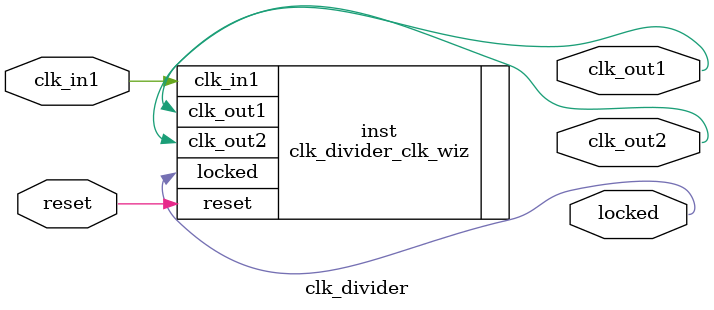
<source format=v>


`timescale 1ps/1ps

(* CORE_GENERATION_INFO = "clk_divider,clk_wiz_v5_4_3_0,{component_name=clk_divider,use_phase_alignment=true,use_min_o_jitter=false,use_max_i_jitter=false,use_dyn_phase_shift=false,use_inclk_switchover=false,use_dyn_reconfig=false,enable_axi=0,feedback_source=FDBK_AUTO,PRIMITIVE=MMCM,num_out_clk=2,clkin1_period=10.000,clkin2_period=10.000,use_power_down=false,use_reset=true,use_locked=true,use_inclk_stopped=false,feedback_type=SINGLE,CLOCK_MGR_TYPE=NA,manual_override=false}" *)

module clk_divider 
 (
  // Clock out ports
  output        clk_out1,
  output        clk_out2,
  // Status and control signals
  input         reset,
  output        locked,
 // Clock in ports
  input         clk_in1
 );

  clk_divider_clk_wiz inst
  (
  // Clock out ports  
  .clk_out1(clk_out1),
  .clk_out2(clk_out2),
  // Status and control signals               
  .reset(reset), 
  .locked(locked),
 // Clock in ports
  .clk_in1(clk_in1)
  );

endmodule

</source>
